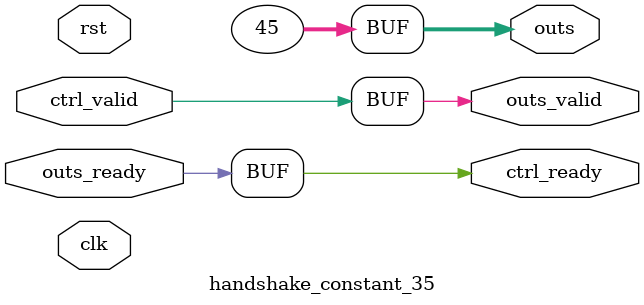
<source format=v>
`timescale 1ns / 1ps
module handshake_constant_35 #(
  parameter DATA_WIDTH = 32  // Default set to 32 bits
) (
  input                       clk,
  input                       rst,
  // Input Channel
  input                       ctrl_valid,
  output                      ctrl_ready,
  // Output Channel
  output [DATA_WIDTH - 1 : 0] outs,
  output                      outs_valid,
  input                       outs_ready
);
  assign outs       = 7'b0101101;
  assign outs_valid = ctrl_valid;
  assign ctrl_ready = outs_ready;

endmodule

</source>
